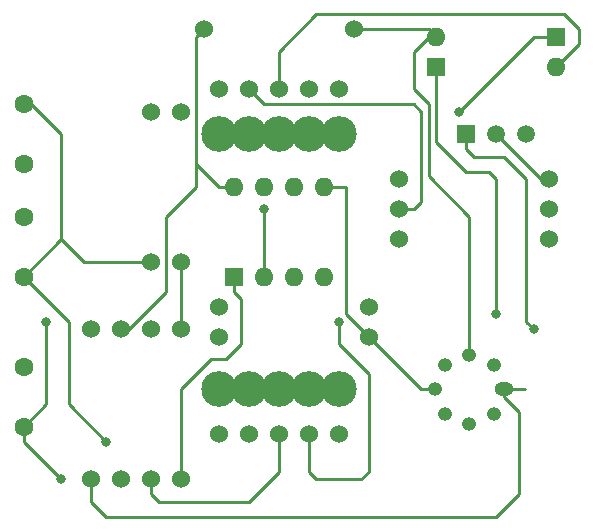
<source format=gtl>
G04 #@! TF.GenerationSoftware,KiCad,Pcbnew,(2017-12-02 revision 3109343)-master*
G04 #@! TF.CreationDate,2017-12-29T01:32:37-05:00*
G04 #@! TF.ProjectId,a9ref,61397265662E6B696361645F70636200,rev?*
G04 #@! TF.SameCoordinates,Original*
G04 #@! TF.FileFunction,Copper,L1,Top,Signal*
G04 #@! TF.FilePolarity,Positive*
%FSLAX46Y46*%
G04 Gerber Fmt 4.6, Leading zero omitted, Abs format (unit mm)*
G04 Created by KiCad (PCBNEW (2017-12-02 revision 3109343)-master) date Fri Dec 29 01:32:37 2017*
%MOMM*%
%LPD*%
G01*
G04 APERTURE LIST*
%ADD10C,1.524000*%
%ADD11C,3.010000*%
%ADD12O,1.200000X1.200000*%
%ADD13O,1.600000X1.200000*%
%ADD14O,1.600000X1.600000*%
%ADD15R,1.600000X1.600000*%
%ADD16C,1.600000*%
%ADD17R,1.520000X1.520000*%
%ADD18C,1.520000*%
%ADD19C,0.800000*%
%ADD20C,0.250000*%
G04 APERTURE END LIST*
D10*
X144780000Y-133350000D03*
X142240000Y-133350000D03*
X139700000Y-133350000D03*
X137160000Y-133350000D03*
X134620000Y-133350000D03*
D11*
X144780000Y-137160000D03*
X142240000Y-137160000D03*
X139700000Y-137160000D03*
X137160000Y-137160000D03*
X134620000Y-137160000D03*
D10*
X134620000Y-151765000D03*
X147320000Y-151765000D03*
X147320000Y-154305000D03*
X134620000Y-154305000D03*
X128905000Y-135255000D03*
X128905000Y-147955000D03*
X123825000Y-153670000D03*
X123825000Y-166370000D03*
X162560000Y-140970000D03*
X149860000Y-140970000D03*
X149860000Y-143510000D03*
X162560000Y-143510000D03*
X131445000Y-153670000D03*
X131445000Y-166370000D03*
X146050000Y-128270000D03*
X133350000Y-128270000D03*
D12*
X157894752Y-160814752D03*
X155830000Y-161670000D03*
X153765248Y-160814752D03*
X152910000Y-158750000D03*
X153765248Y-156685248D03*
X155830000Y-155830000D03*
X157894752Y-156685248D03*
D13*
X158750000Y-158750000D03*
D14*
X135890000Y-141605000D03*
X143510000Y-149225000D03*
X138430000Y-141605000D03*
X140970000Y-149225000D03*
X140970000Y-141605000D03*
X138430000Y-149225000D03*
X143510000Y-141605000D03*
D15*
X135890000Y-149225000D03*
D16*
X118110000Y-134620000D03*
X118110000Y-139700000D03*
X118110000Y-149225000D03*
X118110000Y-144145000D03*
X118110000Y-161925000D03*
X118110000Y-156845000D03*
D10*
X128905000Y-166370000D03*
X128905000Y-153670000D03*
X131445000Y-147955000D03*
X131445000Y-135255000D03*
X126365000Y-153670000D03*
X126365000Y-166370000D03*
X162560000Y-146050000D03*
X149860000Y-146050000D03*
D11*
X144780000Y-158750000D03*
X142240000Y-158750000D03*
X139700000Y-158750000D03*
X137160000Y-158750000D03*
X134620000Y-158750000D03*
D10*
X144780000Y-162560000D03*
X142240000Y-162560000D03*
X139700000Y-162560000D03*
X137160000Y-162560000D03*
X134620000Y-162560000D03*
D17*
X155575000Y-137160000D03*
D18*
X160655000Y-137160000D03*
X158115000Y-137160000D03*
D15*
X163195000Y-128905000D03*
D14*
X153035000Y-128905000D03*
X163195000Y-131445000D03*
D15*
X153035000Y-131445000D03*
D19*
X125095000Y-163195000D03*
X144780000Y-153035000D03*
X120015000Y-153035000D03*
X121285000Y-166370000D03*
X138430000Y-143510000D03*
X161290000Y-153670000D03*
X158115000Y-152400000D03*
X154940000Y-135255000D03*
D20*
X121920000Y-160020000D02*
X121920000Y-153035000D01*
X121920000Y-153035000D02*
X118110000Y-149225000D01*
X125095000Y-163195000D02*
X121920000Y-160020000D01*
X128905000Y-147955000D02*
X123190000Y-147955000D01*
X123190000Y-147955000D02*
X121285000Y-146050000D01*
X118110000Y-134620000D02*
X118745000Y-134620000D01*
X118745000Y-134620000D02*
X121285000Y-137160000D01*
X121285000Y-137160000D02*
X121285000Y-146050000D01*
X121285000Y-146050000D02*
X118110000Y-149225000D01*
X147320000Y-160020000D02*
X147320000Y-157480000D01*
X142240000Y-164465000D02*
X142240000Y-165735000D01*
X142875000Y-166370000D02*
X142240000Y-165735000D01*
X146685000Y-166370000D02*
X142875000Y-166370000D01*
X147320000Y-165735000D02*
X146685000Y-166370000D01*
X147320000Y-160020000D02*
X147320000Y-165735000D01*
X142240000Y-164465000D02*
X142240000Y-162560000D01*
X144780000Y-154940000D02*
X144780000Y-153035000D01*
X147320000Y-157480000D02*
X144780000Y-154940000D01*
X155830000Y-155830000D02*
X155830000Y-144146000D01*
X151130000Y-130175000D02*
X151130000Y-133350000D01*
X151130000Y-133350000D02*
X152400000Y-134620000D01*
X151130000Y-130175000D02*
X152400000Y-128905000D01*
X152400000Y-140716000D02*
X152400000Y-134620000D01*
X155830000Y-144146000D02*
X152400000Y-140716000D01*
X153035000Y-128905000D02*
X152400000Y-128905000D01*
X153035000Y-128905000D02*
X152400000Y-128270000D01*
X152400000Y-128270000D02*
X146050000Y-128270000D01*
X139700000Y-133350000D02*
X139700000Y-131445000D01*
X139700000Y-130175000D02*
X142875000Y-127000000D01*
X142875000Y-127000000D02*
X163830000Y-127000000D01*
X163830000Y-127000000D02*
X165100000Y-128270000D01*
X165100000Y-128270000D02*
X165100000Y-129540000D01*
X165100000Y-129540000D02*
X163195000Y-131445000D01*
X139700000Y-131445000D02*
X139700000Y-130175000D01*
X139700000Y-165735000D02*
X139700000Y-162560000D01*
X120015000Y-160020000D02*
X118110000Y-161925000D01*
X120015000Y-153035000D02*
X120015000Y-160020000D01*
X118110000Y-163195000D02*
X118110000Y-161925000D01*
X121285000Y-166370000D02*
X118110000Y-163195000D01*
X128905000Y-166370000D02*
X128905000Y-167640000D01*
X139700000Y-165735000D02*
X139700000Y-164465000D01*
X137160000Y-168275000D02*
X139700000Y-165735000D01*
X129540000Y-168275000D02*
X137160000Y-168275000D01*
X128905000Y-167640000D02*
X129540000Y-168275000D01*
X147320000Y-154305000D02*
X146050000Y-153035000D01*
X145415000Y-151765000D02*
X145415000Y-141605000D01*
X145415000Y-141605000D02*
X143510000Y-141605000D01*
X145415000Y-152400000D02*
X145415000Y-151765000D01*
X146050000Y-153035000D02*
X145415000Y-152400000D01*
X152910000Y-158750000D02*
X151765000Y-158750000D01*
X151765000Y-158750000D02*
X147320000Y-154305000D01*
X147320000Y-154305000D02*
X146685000Y-154305000D01*
X152910000Y-158750000D02*
X152910000Y-158625000D01*
X138430000Y-149225000D02*
X138430000Y-143510000D01*
X158115000Y-169545000D02*
X157480000Y-169545000D01*
X157480000Y-169545000D02*
X157353000Y-169545000D01*
X125095000Y-169545000D02*
X123825000Y-168275000D01*
X157353000Y-169545000D02*
X125095000Y-169545000D01*
X123825000Y-166370000D02*
X123825000Y-168275000D01*
X158750000Y-159385000D02*
X160020000Y-160655000D01*
X160020000Y-160655000D02*
X160020000Y-167640000D01*
X160020000Y-167640000D02*
X158115000Y-169545000D01*
X158750000Y-159385000D02*
X158750000Y-158750000D01*
X158750000Y-158750000D02*
X160528000Y-158750000D01*
X161290000Y-153670000D02*
X160655000Y-153035000D01*
X155575000Y-138430000D02*
X155575000Y-137160000D01*
X156210000Y-139065000D02*
X155575000Y-138430000D01*
X158750000Y-139065000D02*
X156210000Y-139065000D01*
X160655000Y-140970000D02*
X158750000Y-139065000D01*
X160655000Y-142240000D02*
X160655000Y-140970000D01*
X160655000Y-153035000D02*
X160655000Y-142240000D01*
X162560000Y-140970000D02*
X161925000Y-140970000D01*
X161925000Y-140970000D02*
X158115000Y-137160000D01*
X132715000Y-157480000D02*
X133985000Y-156210000D01*
X135890000Y-149225000D02*
X135890000Y-150495000D01*
X131445000Y-159385000D02*
X131445000Y-166370000D01*
X131445000Y-158750000D02*
X131445000Y-159385000D01*
X132715000Y-157480000D02*
X131445000Y-158750000D01*
X135890000Y-150495000D02*
X136525000Y-151130000D01*
X136525000Y-154940000D02*
X136525000Y-151130000D01*
X135255000Y-156210000D02*
X136525000Y-154940000D01*
X133985000Y-156210000D02*
X135255000Y-156210000D01*
X151765000Y-135255000D02*
X151130000Y-134620000D01*
X151130000Y-143510000D02*
X151765000Y-142875000D01*
X151765000Y-142875000D02*
X151765000Y-135255000D01*
X149860000Y-143510000D02*
X151130000Y-143510000D01*
X138430000Y-134620000D02*
X137160000Y-133350000D01*
X151130000Y-134620000D02*
X138430000Y-134620000D01*
X131445000Y-153670000D02*
X131445000Y-147955000D01*
X132715000Y-139700000D02*
X132715000Y-141605000D01*
X130175000Y-150495000D02*
X130175000Y-144145000D01*
X130175000Y-150495000D02*
X127000000Y-153670000D01*
X132715000Y-141605000D02*
X130175000Y-144145000D01*
X132715000Y-137795000D02*
X132715000Y-139700000D01*
X132715000Y-137795000D02*
X132715000Y-133350000D01*
X132715000Y-128905000D02*
X132715000Y-133350000D01*
X133350000Y-128270000D02*
X132715000Y-128905000D01*
X134620000Y-141605000D02*
X135890000Y-141605000D01*
X132715000Y-139700000D02*
X134620000Y-141605000D01*
X126365000Y-153670000D02*
X127000000Y-153670000D01*
X153035000Y-137795000D02*
X153035000Y-132080000D01*
X155575000Y-140335000D02*
X153035000Y-137795000D01*
X157480000Y-140335000D02*
X155575000Y-140335000D01*
X158115000Y-140970000D02*
X157480000Y-140335000D01*
X158115000Y-152400000D02*
X158115000Y-140970000D01*
X154940000Y-135255000D02*
X161290000Y-128905000D01*
X163195000Y-128905000D02*
X161290000Y-128905000D01*
M02*

</source>
